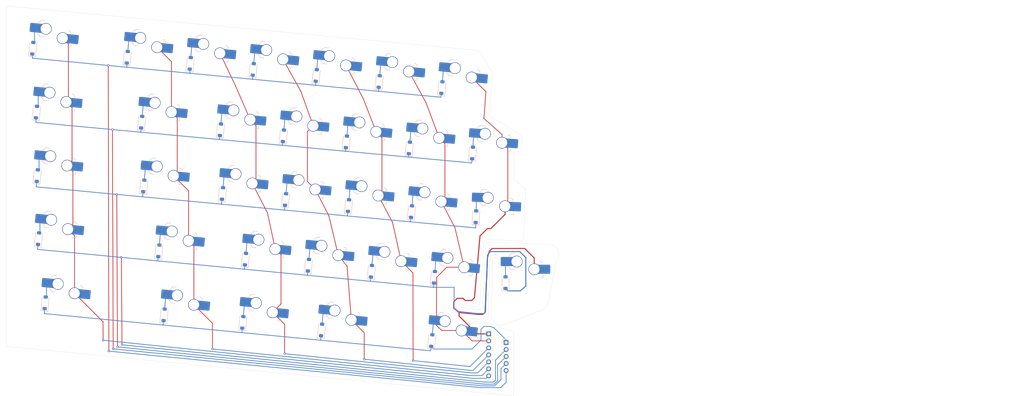
<source format=kicad_pcb>
(kicad_pcb (version 20240108) (generator "pcbnew") (generator_version "8.0")
  (layers (0 "F.Cu" signal) (31 "B.Cu" signal) (34 "B.Paste" user) (35 "F.Paste" user) (36 "B.SilkS" user "B.Silkscreen") (37 "F.SilkS" user "F.Silkscreen") (38 "B.Mask" user) (39 "F.Mask" user) (44 "Edge.Cuts" user))
  (net 0 "")
  (net 1 "Net-(D33-A)")
  (net 2 "COL6")
  (net 3 "Net-(D34-A)")
  (net 4 "Net-(D32-A)")
  (net 5 "Net-(D31-A)")
  (net 6 "COL0")
  (net 7 "Net-(D6-A)")
  (net 8 "COL1")
  (net 9 "COL2")
  (net 10 "Net-(D11-A)")
  (net 11 "COL3")
  (net 12 "Net-(D16-A)")
  (net 13 "COL4")
  (net 14 "Net-(D21-A)")
  (net 15 "Net-(D25-A)")
  (net 16 "COL5")
  (net 17 "Net-(D30-A)")
  (net 18 "Net-(D2-A)")
  (net 19 "Net-(D7-A)")
  (net 20 "Net-(D12-A)")
  (net 21 "Net-(D17-A)")
  (net 22 "Net-(D22-A)")
  (net 23 "Net-(D27-A)")
  (net 24 "Net-(D3-A)")
  (net 25 "Net-(D8-A)")
  (net 26 "Net-(D13-A)")
  (net 27 "Net-(D18-A)")
  (net 28 "Net-(D23-A)")
  (net 29 "Net-(D28-A)")
  (net 30 "Net-(D4-A)")
  (net 31 "Net-(D9-A)")
  (net 32 "Net-(D14-A)")
  (net 33 "Net-(D19-A)")
  (net 34 "Net-(D24-A)")
  (net 35 "Net-(D29-A)")
  (net 36 "Net-(D5-A)")
  (net 37 "Net-(D10-A)")
  (net 38 "Net-(D15-A)")
  (net 39 "Net-(D20-A)")
  (net 40 "Net-(D26-A)")
  (net 41 "ROW0")
  (net 42 "ROW1")
  (net 43 "ROW2")
  (net 44 "ROW3")
  (net 45 "ROW4")
  (footprint "Connector_PinHeader_2.00mm:PinHeader_1x05_P2.00mm_Vertical" (layer "F.Cu") (at 207.825 142.275)
    (property "Reference" "JRows1" (hide yes))
    (property "Value" "Conn_01x05_Pin")
  )
  (footprint "Connector_PinHeader_2.00mm:PinHeader_1x07_P2.00mm_Vertical" (layer "F.Cu") (at 202.85 139.8)
    (property "Reference" "JLeftCols1" (hide yes))
    (property "Value" "Conn_01x07_Pin")
  )
  (footprint "Diode_SMD:D_SOD-123" (layer "B.Cu") (at 162.255996 84.966888 84.5)
    (property "Reference" "D16" (hide yes))
    (property "Value" "D_Small")
  )
  (footprint "PCM_marbastlib-choc:SW_choc_v1_HS_CPG135001S30_1.5u" (layer "B.Cu") (at 107.628633 97.916879 -5.5)
    (property "Reference" "CH19" (hide yes))
    (property "Value" "choc_v1_SW_solder")
  )
  (footprint "Diode_SMD:D_SOD-123" (layer "B.Cu") (at 207.65 125.175 90)
    (property "Reference" "D2" (hide yes))
    (property "Value" "D_Small")
  )
  (footprint "Diode_SMD:D_SOD-123" (layer "B.Cu") (at 108.758144 116.082596 84.5)
    (property "Reference" "D25" (hide yes))
    (property "Value" "D_Small")
  )
  (footprint "PCM_marbastlib-choc:SW_choc_v1_HS_CPG135001S30_1u" (layer "B.Cu") (at 129.481578 81.887595 -5.5)
    (property "Reference" "CH14" (hide yes))
    (property "Value" "choc_v1_SW_solder")
  )
  (footprint "PCM_marbastlib-choc:SW_choc_v1_HS_CPG135001S30_1u" (layer "B.Cu") (at 130.087259 100.079398 -5.5)
    (property "Reference" "CH20" (hide yes))
    (property "Value" "choc_v1_SW_solder")
  )
  (footprint "Diode_SMD:D_SOD-123" (layer "B.Cu") (at 144.289094 83.236872 84.5)
    (property "Reference" "D15" (hide yes))
    (property "Value" "D_Small")
  )
  (footprint "PCM_marbastlib-choc:SW_choc_v1_HS_CPG135001S30_2.25u" (layer "B.Cu") (at 189.780886 142.094207 -5.5)
    (property "Reference" "CH34" (hide yes))
    (property "Value" "choc_v1_SW_solder")
  )
  (footprint "PCM_marbastlib-choc:SW_choc_v1_HS_CPG135001S30_1u" (layer "B.Cu") (at 201.400438 88.602812 -4)
    (property "Reference" "CH4" (hide yes))
    (property "Value" "choc_v1_SW_solder")
  )
  (footprint "Diode_SMD:D_SOD-123" (layer "B.Cu") (at 171.621945 67.735243 84.5)
    (property "Reference" "D10" (hide yes))
    (property "Value" "D_Small")
  )
  (footprint "PCM_marbastlib-choc:SW_choc_v1_HS_CPG135001S30_1.75u" (layer "B.Cu") (at 111.917529 116.463335 -5.5)
    (property "Reference" "CH25" (hide yes))
    (property "Value" "choc_v1_SW_solder")
  )
  (footprint "PCM_marbastlib-choc:SW_choc_v1_HS_CPG135001S30_1u" (layer "B.Cu") (at 77.492946 113.148625 -5.5)
    (property "Reference" "CH24" (hide yes))
    (property "Value" "choc_v1_SW_solder")
  )
  (footprint "Diode_SMD:D_SOD-123" (layer "B.Cu") (at 126.927874 99.698659 84.5)
    (property "Reference" "D20" (hide yes))
    (property "Value" "D_Small")
  )
  (footprint "PCM_marbastlib-choc:SW_choc_v1_HS_CPG135001S30_1u" (layer "B.Cu") (at 202.359476 106.885259 -2.5)
    (property "Reference" "CH3" (hide yes))
    (property "Value" "choc_v1_SW_solder")
  )
  (footprint "PCM_marbastlib-choc:SW_choc_v1_HS_CPG135001S30_1u" (layer "B.Cu") (at 77.018226 76.835949 -5.5)
    (property "Reference" "CH12" (hide yes))
    (property "Value" "choc_v1_SW_solder")
  )
  (footprint "Diode_SMD:D_SOD-123" (layer "B.Cu") (at 199.211632 106.339485 87.5)
    (property "Reference" "D3" (hide yes))
    (property "Value" "D_Small")
  )
  (footprint "PCM_marbastlib-choc:SW_choc_v1_HS_CPG135001S30_1u" (layer "B.Cu") (at 172.555821 122.302139 -5.5)
    (property "Reference" "CH28" (hide yes))
    (property "Value" "choc_v1_SW_solder")
  )
  (footprint "PCM_marbastlib-choc:SW_choc_v1_HS_CPG135001S30_1u" (layer "B.Cu") (at 120.880625 62.925935 -5.5)
    (property "Reference" "CH7" (hide yes))
    (property "Value" "choc_v1_SW_solder")
  )
  (footprint "PCM_marbastlib-choc:SW_choc_v1_HS_CPG135001S30_1u" (layer "B.Cu") (at 147.448479 83.617611 -5.5)
    (property "Reference" "CH15" (hide yes))
    (property "Value" "choc_v1_SW_solder")
  )
  (footprint "Diode_SMD:D_SOD-123" (layer "B.Cu") (at 132.720797 136.52342 84.5)
    (property "Reference" "D32" (hide yes))
    (property "Value" "D_Small")
  )
  (footprint "Diode_SMD:D_SOD-123" (layer "B.Cu") (at 155.179424 138.68594 84.5)
    (property "Reference" "D33" (hide yes))
    (property "Value" "D_Small")
  )
  (footprint "PCM_marbastlib-choc:SW_choc_v1_HS_CPG135001S30_1u" (layer "B.Cu") (at 138.847527 64.65595 -5.5)
    (property "Reference" "CH8" (hide yes))
    (property "Value" "choc_v1_SW_solder")
  )
  (footprint "Diode_SMD:D_SOD-123" (layer "B.Cu") (at 186.621501 141.713468 84.5)
    (property "Reference" "D34" (hide yes))
    (property "Value" "D_Small")
  )
  (footprint "Diode_SMD:D_SOD-123" (layer "B.Cu") (at 180.222897 86.696903 84.5)
    (property "Reference" "D17" (hide yes))
    (property "Value" "D_Small")
  )
  (footprint "Diode_SMD:D_SOD-123" (layer "B.Cu") (at 187.363337 123.651416 84.5)
    (property "Reference" "D29" (hide yes))
    (property "Value" "D_Small")
  )
  (footprint "Diode_SMD:D_SOD-123" (layer "B.Cu") (at 180.828578 104.888707 84.5)
    (property "Reference" "D23" (hide yes))
    (property "Value" "D_Small")
  )
  (footprint "Diode_SMD:D_SOD-123" (layer "B.Cu") (at 117.72124 62.545196 84.5)
    (property "Reference" "D7" (hide yes))
    (property "Value" "D_Small")
  )
  (footprint "PCM_marbastlib-choc:SW_choc_v1_HS_CPG135001S30_1u" (layer "B.Cu") (at 102.913724 61.195919 -5.5)
    (property "Reference" "CH6" (hide yes))
    (property "Value" "choc_v1_SW_solder")
  )
  (footprint "Diode_SMD:D_SOD-123" (layer "B.Cu") (at 104.469248 97.53614 84.5)
    (property "Reference" "D19" (hide yes))
    (property "Value" "D_Small")
  )
  (footprint "PCM_marbastlib-choc:SW_choc_v1_HS_CPG135001S30_1.5u" (layer "B.Cu") (at 107.022951 79.725075 -5.5)
    (property "Reference" "CH13" (hide yes))
    (property "Value" "choc_v1_SW_solder")
  )
  (footprint "Diode_SMD:D_SOD-123" (layer "B.Cu") (at 133.462633 118.461368 84.5)
    (property "Reference" "D26" (hide yes))
    (property "Value" "D_Small")
  )
  (footprint "Diode_SMD:D_SOD-123" (layer "B.Cu") (at 151.429534 120.191384 84.5)
    (property "Reference" "D27" (hide yes))
    (property "Value" "D_Small")
  )
  (footprint "Diode_SMD:D_SOD-123" (layer "B.Cu") (at 135.688142 64.275211 84.5)
    (property "Reference" "D8" (hide yes))
    (property "Value" "D_Small")
  )
  (footprint "Diode_SMD:D_SOD-123" (layer "B.Cu") (at 126.322193 81.506856 84.5)
    (property "Reference" "D14" (hide yes))
    (property "Value" "D_Small")
  )
  (footprint "Diode_SMD:D_SOD-123" (layer "B.Cu") (at 74.451813 112.617961 84.5)
    (property "Reference" "D24" (hide yes))
    (property "Value" "D_Small")
  )
  (footprint "PCM_marbastlib-choc:SW_choc_v1_HS_CPG135001S30_1u" (layer "B.Cu") (at 75.963372 58.600895 -5.5)
    (property "Reference" "CH5" (hide yes))
    (property "Value" "choc_v1_SW_solder")
  )
  (footprint "PCM_marbastlib-choc:SW_choc_v1_HS_CPG135001S30_1.25u" (layer "B.Cu") (at 135.880182 136.904159 -5.5)
    (property "Reference" "CH32" (hide yes))
    (property "Value" "choc_v1_SW_solder")
  )
  (footprint "Diode_SMD:D_SOD-123" (layer "B.Cu") (at 110.26217 134.360901 84.5)
    (property "Reference" "D31" (hide yes))
    (property "Value" "D_Small")
  )
  (footprint "Diode_SMD:D_SOD-123" (layer "B.Cu") (at 189.499011 69.456609 84.5)
    (property "Reference" "D11" (hide yes))
    (property "Value" "D_Small")
  )
  (footprint "Diode_SMD:D_SOD-123" (layer "B.Cu") (at 99.754339 60.81518 84.5)
    (property "Reference" "D6" (hide yes))
    (property "Value" "D_Small")
  )
  (footprint "PCM_marbastlib-choc:SW_choc_v1_HS_CPG135001S30_1u" (layer "B.Cu") (at 183.987963 105.269446 -5.5)
    (property "Reference" "CH23" (hide yes))
    (property "Value" "choc_v1_SW_solder")
  )
  (footprint "PCM_marbastlib-choc:SW_choc_v1_HS_CPG135001S30_1u" (layer "B.Cu") (at 136.622018 118.842107 -5.5)
    (property "Reference" "CH26" (hide yes))
    (property "Value" "choc_v1_SW_solder")
  )
  (footprint "Diode_SMD:D_SOD-123" (layer "B.Cu") (at 72.803987 58.220156 84.5)
    (property "Reference" "D5" (hide yes))
    (property "Value" "D_Small")
  )
  (footprint "PCM_marbastlib-choc:SW_choc_v1_HS_CPG135001S30_1u" (layer "B.Cu") (at 192.658396 69.837348 -5.5)
    (property "Reference" "CH11" (hide yes))
    (property "Value" "choc_v1_SW_solder")
  )
  (footprint "Diode_SMD:D_SOD-123" (layer "B.Cu") (at 103.863566 79.344336 84.5)
    (property "Reference" "D13" (hide yes))
    (property "Value" "D_Small")
  )
  (footprint "Diode_SMD:D_SOD-123" (layer "B.Cu") (at 76.333144 130.932596 84.5)
    (property "Reference" "D30" (hide yes))
    (property "Value" "D_Small")
  )
  (footprint "PCM_marbastlib-choc:SW_choc_v1_HS_CPG135001S30_1u" (layer "B.Cu") (at 79.374277 131.46326 -5.5)
    (property "Reference" "CH30" (hide yes))
    (property "Value" "choc_v1_SW_solder")
  )
  (footprint "PCM_marbastlib-choc:SW_choc_v1_HS_CPG135001S30_1.25u" (layer "B.Cu") (at 210.844556 125.098177)
    (property "Reference" "CH2" (hide yes))
    (property "Value" "choc_v1_SW_solder")
  )
  (footprint "PCM_marbastlib-choc:SW_choc_v1_HS_CPG135001S30_1u" (layer "B.Cu") (at 156.814428 66.385966 -5.5)
    (property "Reference" "CH9" (hide yes))
    (property "Value" "choc_v1_SW_solder")
  )
  (footprint "Diode_SMD:D_SOD-123" (layer "B.Cu") (at 144.894776 101.428675 84.5)
    (property "Reference" "D21" (hide yes))
    (property "Value" "D_Small")
  )
  (footprint "PCM_marbastlib-choc:SW_choc_v1_HS_CPG135001S30_1.25u" (layer "B.Cu") (at 158.338809 139.066679 -5.5)
    (property "Reference" "CH33" (hide yes))
    (property "Value" "choc_v1_SW_solder")
  )
  (footprint "PCM_marbastlib-choc:SW_choc_v1_HS_CPG135001S30_1.25u" (layer "B.Cu") (at 113.421555 134.74164 -5.5)
    (property "Reference" "CH31" (hide yes))
    (property "Value" "choc_v1_SW_solder")
  )
  (footprint "PCM_marbastlib-choc:SW_choc_v1_HS_CPG135001S30_1u" (layer "B.Cu") (at 77.246602 94.991422 -5.5)
    (property "Reference" "CH18" (hide yes))
    (property "Value" "choc_v1_SW_solder")
  )
  (footprint "PCM_marbastlib-choc:SW_choc_v1_HS_CPG135001S30_1u" (layer "B.Cu") (at 190.522722 124.032155 -5.5)
    (property "Reference" "CH29" (hide yes))
    (property "Value" "choc_v1_SW_solder")
  )
  (footprint "Diode_SMD:D_SOD-123" (layer "B.Cu") (at 162.861677 103.158691 84.5)
    (property "Reference" "D22" (hide yes))
    (property "Value" "D_Small")
  )
  (footprint "Diode_SMD:D_SOD-123" (layer "B.Cu") (at 153.655043 66.005227 84.5)
    (property "Reference" "D9" (hide yes))
    (property "Value" "D_Small")
  )
  (footprint "PCM_marbastlib-choc:SW_choc_v1_HS_CPG135001S30_1u" (layer "B.Cu") (at 165.415381 85.347627 -5.5)
    (property "Reference" "CH16" (hide yes))
    (property "Value" "choc_v1_SW_solder")
  )
  (footprint "Diode_SMD:D_SOD-123" (layer "B.Cu") (at 73.858841 76.45521 84.5)
    (property "Reference" "D12" (hide yes))
    (property "Value" "D_Small")
  )
  (footprint "PCM_marbastlib-choc:SW_choc_v1_HS_CPG135001S30_1u" (layer "B.Cu") (at 148.054161 101.809414 -5.5)
    (property "Reference" "CH21" (hide yes))
    (property "Value" "choc_v1_SW_solder")
  )
  (footprint "PCM_marbastlib-choc:SW_choc_v1_HS_CPG135001S30_1u" (layer "B.Cu") (at 166.021062 103.53943 -5.5)
    (property "Reference" "CH22" (hide yes))
    (property "Value" "choc_v1_SW_solder")
  )
  (footprint "PCM_marbastlib-choc:SW_choc_v1_HS_CPG135001S30_1u" (layer "B.Cu") (at 183.382282 87.077642 -5.5)
    (property "Reference" "CH17" (hide yes))
    (property "Value" "choc_v1_SW_solder")
  )
  (footprint "Diode_SMD:D_SOD-123" (layer "B.Cu") (at 74.087217 94.610683 84.5)
    (property "Reference" "D18" (hide yes))
    (property "Value" "D_Small")
  )
  (footprint "PCM_marbastlib-choc:SW_choc_v1_HS_CPG135001S30_1u" (layer "B.Cu") (at 174.78133 68.115982 -5.5)
    (property "Reference" "CH10" (hide yes))
    (property "Value" "choc_v1_SW_solder")
  )
  (footprint "Diode_SMD:D_SOD-123" (layer "B.Cu") (at 169.396436 121.9214 84.5)
    (property "Reference" "D28" (hide yes))
    (property "Value" "D_Small")
  )
  (footprint "PCM_marbastlib-choc:SW_choc_v1_HS_CPG135001S30_1u" (layer "B.Cu") (at 154.588919 120.572123 -5.5)
    (property "Reference" "CH27" (hide yes))
    (property "Value" "choc_v1_SW_solder")
  )
  (footprint "Diode_SMD:D_SOD-123" (layer "B.Cu") (at 198.247904 88.139631 86)
    (property "Reference" "D4" (hide yes))
    (property "Value" "D_Small")
  )
  (gr_line (start 203.198715 118.140744) (end 202.725 135.025) (stroke (width 0.05)) (layer "Edge.Cuts"))
  (gr_line (start 209.975001 88.125) (end 210.2 95.7) (stroke (width 0.05)) (layer "Edge.Cuts"))
  (gr_line (start 203.73044 117.430912) (end 204.328379 117.327252) (stroke (width 0.05)) (layer "Edge.Cuts"))
  (gr_line (start 203.236367 113.557208) (end 220.05 114.275) (stroke (width 0.05)) (layer "Edge.Cuts"))
  (gr_line (start 207.409016 137.225893) (end 218.05 132.949999) (stroke (width 0.05)) (layer "Edge.Cuts"))
  (gr_line (start 197.784748 135.449713) (end 201.705526 135.771102) (stroke (width 0.05)) (layer "Edge.Cuts"))
  (gr_line (start 201.049992 132.074986) (end 202.046641 114.585778) (stroke (width 0.05)) (layer "Edge.Cuts"))
  (gr_arc (start 220.05 114.275) (mid 222.579961 115.875293) (end 222.218009 118.84693) (stroke (width 0.05)) (layer "Edge.Cuts"))
  (gr_arc (start 209.975001 88.125) (mid 210.078355 87.850419) (end 210.35414 87.750321) (stroke (width 0.05)) (layer "Edge.Cuts"))
  (gr_arc (start 203.85 65.1) (mid 203.898415 65.184031) (end 203.919447 65.278704) (stroke (width 0.05)) (layer "Edge.Cuts"))
  (gr_arc (start 212.07233 82.906814) (mid 212.289895 83.219633) (end 212.3125 83.6) (stroke (width 0.05)) (layer "Edge.Cuts"))
  (gr_line (start 202.779617 112.87857) (end 212.175 113.3) (stroke (width 0.05)) (layer "Edge.Cuts"))
  (gr_arc (start 200.325732 131.259681) (mid 199.974995 131.84998) (end 199.306258 132.005783) (stroke (width 0.05)) (layer "Edge.Cuts"))
  (gr_line (start 203.05 76.8) (end 203.919447 65.278704) (stroke (width 0.05)) (layer "Edge.Cuts"))
  (gr_arc (start 212.792553 112.867309) (mid 212.568523 113.204608) (end 212.175 113.3) (stroke (width 0.05)) (layer "Edge.Cuts"))
  (gr_arc (start 203.198715 118.140744) (mid 203.35 117.7) (end 203.73044 117.430912) (stroke (width 0.05)) (layer "Edge.Cuts"))
  (gr_arc (start 219.928644 130.441897) (mid 219.301315 131.92964) (end 218.05 132.949999) (stroke (width 0.05)) (layer "Edge.Cuts"))
  (gr_arc (start 201.049992 132.074986) (mid 200.679171 132.700597) (end 199.971422 132.867806) (stroke (width 0.05)) (layer "Edge.Cuts"))
  (gr_line (start 200.05 58.875) (end 203.85 65.1) (stroke (width 0.05)) (layer "Edge.Cuts"))
  (gr_line (start 219.928644 130.441897) (end 222.218009 118.84693) (stroke (width 0.05)) (layer "Edge.Cuts"))
  (gr_arc (start 202.046641 114.585778) (mid 202.450002 113.849987) (end 203.236367 113.557208) (stroke (width 0.05)) (layer "Edge.Cuts"))
  (gr_arc (start 212.100624 87.325) (mid 211.945043 87.687726) (end 211.575 87.824999) (stroke (width 0.05)) (layer "Edge.Cuts"))
  (gr_line (start 65.225 46.15) (end 200.05 58.875) (stroke (width 0.05)) (layer "Edge.Cuts"))
  (gr_arc (start 201.31489 114.179789) (mid 201.800007 113.250865) (end 202.779617 112.87857) (stroke (width 0.05)) (layer "Edge.Cuts"))
  (gr_line (start 210.395178 96.057501) (end 213.225 98.3) (stroke (width 0.05)) (layer "Edge.Cuts"))
  (gr_arc (start 203.889782 118.836024) (mid 204.074382 118.35322) (end 204.525 118.099999) (stroke (width 0.05)) (layer "Edge.Cuts"))
  (gr_arc (start 193.995519 132.107183) (mid 193.671337 131.575806) (end 194.193835 131.2375) (stroke (width 0.05)) (layer "Edge.Cuts"))
  (gr_line (start 193.995519 132.107183) (end 199.971422 132.867806) (stroke (width 0.05)) (layer "Edge.Cuts"))
  (gr_line (start 200.325732 131.259681) (end 201.31489 114.179789) (stroke (width 0.05)) (layer "Edge.Cuts"))
  (gr_arc (start 213.225 98.3) (mid 213.35654 98.474826) (end 213.379451 98.692409) (stroke (width 0.05)) (layer "Edge.Cuts"))
  (gr_line (start 212.792553 112.867309) (end 213.379451 98.692409) (stroke (width 0.05)) (layer "Edge.Cuts"))
  (gr_line (start 210.35414 87.750321) (end 211.575 87.824999) (stroke (width 0.05)) (layer "Edge.Cuts"))
  (gr_arc (start 204.328379 117.327252) (mid 205.295197 117.492639) (end 204.525 118.099999) (stroke (width 0.05)) (layer "Edge.Cuts"))
  (gr_line (start 197.586432 136.319396) (end 202.25 136.7) (stroke (width 0.05)) (layer "Edge.Cuts"))
  (gr_line (start 212.100624 87.325) (end 212.3125 83.6) (stroke (width 0.05)) (layer "Edge.Cuts"))
  (gr_arc (start 203.495499 77.843085) (mid 203.072038 77.407266) (end 203.05 76.8) (stroke (width 0.05)) (layer "Edge.Cuts"))
  (gr_line (start 209.975 157.525) (end 210.025 139.25) (stroke (width 0.05)) (layer "Edge.Cuts"))
  (gr_arc (start 202.725 135.025) (mid 202.374263 135.615299) (end 201.705526 135.771102) (stroke (width 0.05)) (layer "Edge.Cuts"))
  (gr_arc (start 197.586432 136.319396) (mid 197.262252 135.788009) (end 197.784748 135.449713) (stroke (width 0.05)) (layer "Edge.Cuts"))
  (gr_line (start 209.975 157.525) (end 65.275 143.375) (stroke (width 0.05)) (layer "Edge.Cuts"))
  (gr_arc (start 207.409016 137.225893) (mid 204.847608 136.846201) (end 203.7 134.525) (stroke (width 0.05)) (layer "Edge.Cuts"))
  (gr_line (start 203.89173 118.836061) (end 203.7 134.525) (stroke (width 0.05)) (layer "Edge.Cuts"))
  (gr_line (start 202.25 136.7) (end 210.025 139.25) (stroke (width 0.05)) (layer "Edge.Cuts"))
  (gr_line (start 203.495499 77.843085) (end 212.07233 82.906814) (stroke (width 0.05)) (layer "Edge.Cuts"))
  (gr_line (start 194.193835 131.2375) (end 199.306258 132.005783) (stroke (width 0.05)) (layer "Edge.Cuts"))
  (gr_line (start 65.275 143.375) (end 65.225 46.15) (stroke (width 0.05)) (layer "Edge.Cuts"))
  (gr_arc (start 210.395178 96.057501) (mid 210.251972 95.903655) (end 210.2 95.7) (stroke (width 0.05)) (layer "Edge.Cuts"))
  (segment (start 155.679031 132.833052) (end 155.337568 137.043536) (width 0.2) (layer "B.Cu") (net 1))
  (segment (start 158.904299 133.193841) (end 158.799827 134.278823) (width 0.25) (layer "B.Cu") (net 1))
  (segment (start 203.8 115.425) (end 213.125 115.425) (width 0.3) (layer "F.Cu") (net 2))
  (segment (start 208.299845 102.57537) (end 207.51829 103.356925) (width 0.2) (layer "F.Cu") (net 2))
  (segment (start 192.9 130.637964) (end 192.9 132.5) (width 0.3) (layer "F.Cu") (net 2))
  (segment (start 195.55 129.675258) (end 196.149742 130.275) (width 0.3) (layer "F.Cu") (net 2))
  (segment (start 202.439583 109.775) (end 203.43664 109.775) (width 0.3) (layer "F.Cu") (net 2))
  (segment (start 202.65 117.45) (end 202.5 118.1) (width 0.3) (layer "F.Cu") (net 2))
  (segment (start 198.786238 129.48902) (end 200.375 111.8) (width 0.3) (layer "F.Cu") (net 2))
  (segment (start 197.994799 66.583841) (end 202.050722 70.639764) (width 0.2) (layer "F.Cu") (net 2))
  (segment (start 199.489962 139.8) (end 202.85 139.8) (width 0.3) (layer "F.Cu") (net 2))
  (segment (start 202.5 118.1) (end 201.95 131.725) (width 0.3) (layer "F.Cu") (net 2))
  (segment (start 193.862577 129.675129) (end 195.55 129.675258) (width 0.3) (layer "F.Cu") (net 2))
  (segment (start 192.9 132.5) (end 194.4 133.725) (width 0.3) (layer "F.Cu") (net 2))
  (segment (start 201.5 78.278154) (end 206.649845 82.877277) (width 0.2) (layer "F.Cu") (net 2))
  (segment (start 200.414583 111.8) (end 202.439583 109.775) (width 0.3) (layer "F.Cu") (net 2))
  (segment (start 203.05 116.175) (end 202.65 117.45) (width 0.3) (layer "F.Cu") (net 2))
  (segment (start 192.899871 130.637835) (end 193.862577 129.675129) (width 0.3) (layer "F.Cu") (net 2))
  (segment (start 198.000258 130.275) (end 198.786238 129.48902) (width 0.3) (layer "F.Cu") (net 2))
  (segment (start 194.4 134.710038) (end 199.489962 139.8) (width 0.3) (layer "F.Cu") (net 2))
  (segment (start 199.80456 134.237453) (end 201.137453 134.237453) (width 0.3) (layer "F.Cu") (net 2))
  (segment (start 201.137453 134.237453) (end 201.1625 134.2625) (width 0.3) (layer "F.Cu") (net 2))
  (segment (start 206.649845 82.877277) (end 206.649845 85.210729) (width 0.2) (layer "F.Cu") (net 2))
  (segment (start 194.4 133.725) (end 199.80456 134.237453) (width 0.3) (layer "F.Cu") (net 2))
  (segment (start 206.649845 85.210729) (end 208.299845 86.860729) (width 0.2) (layer "F.Cu") (net 2))
  (segment (start 192.9 130.637964) (end 192.899871 130.637835) (width 0.2) (layer "F.Cu") (net 2))
  (segment (start 213.125 115.425) (end 215.844556 118.144556) (width 0.3) (layer "F.Cu") (net 2))
  (segment (start 203.8 115.425) (end 203.05 116.175) (width 0.3) (layer "F.Cu") (net 2))
  (segment (start 202.050722 70.639764) (end 201.5 78.278154) (width 0.2) (layer "F.Cu") (net 2))
  (segment (start 196.149742 130.275) (end 198.000258 130.275) (width 0.3) (layer "F.Cu") (net 2))
  (segment (start 201.95 133.475) (end 201.1625 134.2625) (width 0.3) (layer "F.Cu") (net 2))
  (segment (start 207.51829 105.69335) (end 207.51829 103.356925) (width 0.3) (layer "F.Cu") (net 2))
  (segment (start 194.4 133.725) (end 194.4 134.710038) (width 0.3) (layer "F.Cu") (net 2))
  (segment (start 200.375 111.8) (end 200.414583 111.8) (width 0.3) (layer "F.Cu") (net 2))
  (segment (start 203.43664 109.775) (end 207.51829 105.69335) (width 0.3) (layer "F.Cu") (net 2))
  (segment (start 215.844556 118.144556) (end 215.844556 121.348177) (width 0.3) (layer "F.Cu") (net 2))
  (segment (start 208.299845 86.860729) (end 208.299845 102.57537) (width 0.2) (layer "F.Cu") (net 2))
  (segment (start 201.95 131.725) (end 201.95 133.475) (width 0.3) (layer "F.Cu") (net 2))
  (segment (start 190.346376 136.221369) (end 190.241903 137.306351) (width 0.25) (layer "B.Cu") (net 3))
  (segment (start 187.121108 135.86058) (end 186.779645 140.071064) (width 0.2) (layer "B.Cu") (net 3))
  (segment (start 133.220404 130.670532) (end 132.878941 134.881016) (width 0.2) (layer "B.Cu") (net 4))
  (segment (start 136.445672 131.031321) (end 136.341199 132.116302) (width 0.25) (layer "B.Cu") (net 4))
  (segment (start 113.987045 128.868802) (end 113.882572 129.953785) (width 0.25) (layer "B.Cu") (net 5))
  (segment (start 110.761777 128.508013) (end 110.420314 132.718497) (width 0.2) (layer "B.Cu") (net 5))
  (segment (start 84.233005 93.387915) (end 84.233005 108.491462) (width 0.2) (layer "F.Cu") (net 6))
  (segment (start 82.354629 73.582442) (end 84.004629 75.232442) (width 0.2) (layer "F.Cu") (net 6))
  (segment (start 81.299775 55.347388) (end 82.949775 56.997388) (width 0.2) (layer "F.Cu") (net 6))
  (segment (start 84.004629 75.232442) (end 84.004629 90.316291) (width 0.2) (layer "F.Cu") (net 6))
  (segment (start 92.825 136.324073) (end 84.71068 128.209753) (width 0.2) (layer "F.Cu") (net 6))
  (segment (start 84.71068 111.776449) (end 84.71068 128.209753) (width 0.2) (layer "F.Cu") (net 6))
  (segment (start 82.949775 72.987296) (end 82.354629 73.582442) (width 0.2) (layer "F.Cu") (net 6))
  (segment (start 92.875 141.625) (end 92.825 136.324073) (width 0.2) (layer "F.Cu") (net 6))
  (segment (start 82.949775 56.997388) (end 82.949775 72.987296) (width 0.2) (layer "F.Cu") (net 6))
  (segment (start 82.583005 91.737915) (end 84.233005 93.387915) (width 0.2) (layer "F.Cu") (net 6))
  (segment (start 84.004629 90.316291) (end 82.583005 91.737915) (width 0.2) (layer "F.Cu") (net 6))
  (segment (start 84.233005 108.491462) (end 82.829349 109.895118) (width 0.2) (layer "F.Cu") (net 6))
  (segment (start 82.829349 109.895118) (end 84.71068 111.776449) (width 0.2) (layer "F.Cu") (net 6))
  (via (at 92.875 141.625) (size 0.6) (drill 0.3) (layers "F.Cu" "B.Cu") (net 6))
  (segment (start 198.2 152.5) (end 202.15 152.5) (width 0.2) (layer "B.Cu") (net 6))
  (segment (start 202.15 152.5) (end 202.85 151.8) (width 0.2) (layer "B.Cu") (net 6))
  (segment (start 92.875 141.625) (end 198.2 152.5) (width 0.2) (layer "B.Cu") (net 6))
  (segment (start 103.479214 55.323081) (end 103.374741 56.408064) (width 0.25) (layer "B.Cu") (net 7))
  (segment (start 100.253946 54.962292) (end 99.912483 59.172776) (width 0.2) (layer "B.Cu") (net 7))
  (segment (start 108.250127 57.942412) (end 112.359354 62.051639) (width 0.2) (layer "F.Cu") (net 8))
  (segment (start 118.757958 114.713854) (end 118.757958 131.488133) (width 0.2) (layer "F.Cu") (net 8))
  (segment (start 112.359354 62.051639) (end 112.359354 76.471568) (width 0.2) (layer "F.Cu") (net 8))
  (segment (start 114.009354 93.619054) (end 112.965036 94.663372) (width 0.2) (layer "F.Cu") (net 8))
  (segment (start 114.009354 78.121568) (end 114.009354 93.619054) (width 0.2) (layer "F.Cu") (net 8))
  (segment (start 112.965036 94.663372) (end 117.253932 98.952268) (width 0.2) (layer "F.Cu") (net 8))
  (segment (start 117.253932 98.952268) (end 117.253932 113.209828) (width 0.2) (layer "F.Cu") (net 8))
  (segment (start 117.253932 113.209828) (end 118.757958 114.713854) (width 0.2) (layer "F.Cu") (net 8))
  (segment (start 118.757958 131.488133) (end 124.05 136.780175) (width 0.2) (layer "F.Cu") (net 8))
  (segment (start 124.05 136.780175) (end 124.05 144.175) (width 0.2) (layer "F.Cu") (net 8))
  (segment (start 112.359354 76.471568) (end 114.009354 78.121568) (width 0.2) (layer "F.Cu") (net 8))
  (via (at 124.05 144.125) (size 0.6) (drill 0.3) (layers "F.Cu" "B.Cu") (net 8))
  (segment (start 200.9 151.75) (end 202.85 149.8) (width 0.2) (layer "B.Cu") (net 8))
  (segment (start 124.05 144.125) (end 198.075 151.75) (width 0.2) (layer "B.Cu") (net 8))
  (segment (start 198.075 151.75) (end 200.9 151.75) (width 0.2) (layer "B.Cu") (net 8))
  (segment (start 139.75 105.25) (end 141.958421 115.5886) (width 0.2) (layer "F.Cu") (net 9))
  (segment (start 141.958421 115.5886) (end 143.608421 117.2386) (width 0.2) (layer "F.Cu") (net 9))
  (segment (start 135.423662 96.825891) (end 139.75 105.25) (width 0.2) (layer "F.Cu") (net 9))
  (segment (start 136.467981 95.781572) (end 135.423662 96.825891) (width 0.2) (layer "F.Cu") (net 9))
  (segment (start 143.608421 117.2386) (end 143.608421 131.258816) (width 0.2) (layer "F.Cu") (net 9))
  (segment (start 143.608421 131.258816) (end 141.216585 133.650652) (width 0.2) (layer "F.Cu") (net 9))
  (segment (start 144.65 145.475) (end 144.65 137.084067) (width 0.2) (layer "F.Cu") (net 9))
  (segment (start 126.217028 59.672428) (end 130.625 68.95) (width 0.2) (layer "F.Cu") (net 9))
  (segment (start 136.467981 80.284088) (end 136.467981 95.781572) (width 0.2) (layer "F.Cu") (net 9))
  (segment (start 134.817981 78.634088) (end 136.467981 80.284088) (width 0.2) (layer "F.Cu") (net 9))
  (segment (start 130.625 68.95) (end 134.817981 78.634088) (width 0.2) (layer "F.Cu") (net 9))
  (segment (start 144.65 137.084067) (end 141.216585 133.650652) (width 0.2) (layer "F.Cu") (net 9))
  (via (at 144.65 145.475) (size 0.6) (drill 0.3) (layers "F.Cu" "B.Cu") (net 9))
  (segment (start 197.85 150.95) (end 199.7 150.95) (width 0.2) (layer "B.Cu") (net 9))
  (segment (start 199.7 150.95) (end 202.85 147.8) (width 0.2) (layer "B.Cu") (net 9))
  (segment (start 144.65 145.475) (end 197.85 150.95) (width 0.2) (layer "B.Cu") (net 9))
  (segment (start 189.998618 63.603721) (end 189.657155 67.814205) (width 0.2) (layer "B.Cu") (net 10))
  (segment (start 193.223886 63.96451) (end 193.119413 65.049493) (width 0.25) (layer "B.Cu") (net 10))
  (segment (start 152.784882 80.364104) (end 151.134882 82.014104) (width 0.2) (layer "F.Cu") (net 11))
  (segment (start 167.35 139.48796) (end 163.675212 135.813172) (width 0.2) (layer "F.Cu") (net 11))
  (segment (start 153.390564 98.555907) (end 157.275 106.1) (width 0.2) (layer "F.Cu") (net 11))
  (segment (start 144.18393 61.402443) (end 149.275 70.55) (width 0.2) (layer "F.Cu") (net 11))
  (segment (start 151.134882 82.014104) (end 151.134882 96.300225) (width 0.2) (layer "F.Cu") (net 11))
  (segment (start 159.925322 117.318616) (end 162.45 120.475) (width 0.2) (layer "F.Cu") (net 11))
  (segment (start 167.35 147.05) (end 167.35 139.48796) (width 0.2) (layer "F.Cu") (net 11))
  (segment (start 149.275 70.55) (end 152.784882 80.364104) (width 0.2) (layer "F.Cu") (net 11))
  (segment (start 157.275 106.1) (end 159.925322 117.318616) (width 0.2) (layer "F.Cu") (net 11))
  (segment (start 151.134882 96.300225) (end 153.390564 98.555907) (width 0.2) (layer "F.Cu") (net 11))
  (segment (start 154.434882 97.511589) (end 153.390564 98.555907) (width 0.2) (layer "F.Cu") (net 11))
  (segment (start 162.45 120.475) (end 163.675212 135.813172) (width 0.2) (layer "F.Cu") (net 11))
  (via (at 167.35 147.05) (size 0.6) (drill 0.3) (layers "F.Cu" "B.Cu") (net 11))
  (segment (start 198.425 150.225) (end 202.85 145.8) (width 0.2) (layer "B.Cu") (net 11))
  (segment (start 197.75 150.225) (end 198.425 150.225) (width 0.2) (layer "B.Cu") (net 11))
  (segment (start 167.35 147.05) (end 197.725 150.25) (width 0.2) (layer "B.Cu") (net 11))
  (segment (start 197.725 150.25) (end 197.75 150.225) (width 0.2) (layer "B.Cu") (net 11))
  (segment (start 165.980871 79.474789) (end 165.876398 80.559771) (width 0.25) (layer "B.Cu") (net 12))
  (segment (start 162.755603 79.114) (end 162.41414 83.324484) (width 0.2) (layer "B.Cu") (net 12))
  (segment (start 172.401784 99.241604) (end 171.357465 100.285923) (width 0.2) (layer "F.Cu") (net 13))
  (segment (start 170.751784 82.09412) (end 172.401784 83.74412) (width 0.2) (layer "F.Cu") (net 13))
  (segment (start 175.425 107.975) (end 177.892224 119.048632) (width 0.2) (layer "F.Cu") (net 13))
  (segment (start 181.25 122.406408) (end 181.3 147.45) (width 0.2) (layer "F.Cu") (net 13))
  (segment (start 167.05 72.575) (end 170.751784 82.09412) (width 0.2) (layer "F.Cu") (net 13))
  (segment (start 171.357465 100.285923) (end 175.425 107.975) (width 0.2) (layer "F.Cu") (net 13))
  (segment (start 177.892224 119.048632) (end 181.25 122.406408) (width 0.2) (layer "F.Cu") (net 13))
  (segment (start 172.401784 83.74412) (end 172.401784 99.241604) (width 0.2) (layer "F.Cu") (net 13))
  (segment (start 162.150831 63.132459) (end 167.05 72.575) (width 0.2) (layer "F.Cu") (net 13))
  (via (at 181.3 147.45) (size 0.6) (drill 0.3) (layers "F.Cu" "B.Cu") (net 13))
  (segment (start 181.3 147.45) (end 197.35 149.125) (width 0.2) (layer "B.Cu") (net 13))
  (segment (start 197.525 149.125) (end 202.85 143.8) (width 0.2) (layer "B.Cu") (net 13))
  (segment (start 197.35 149.125) (end 197.525 149.125) (width 0.2) (layer "B.Cu") (net 13))
  (segment (start 145.394383 95.575787) (end 145.05292 99.786271) (width 0.2) (layer "B.Cu") (net 14))
  (segment (start 148.619651 95.936576) (end 148.515178 97.021557) (width 0.25) (layer "B.Cu") (net 14))
  (segment (start 112.483019 110.590497) (end 112.378546 111.675478) (width 0.25) (layer "B.Cu") (net 15))
  (segment (start 109.257751 110.229708) (end 108.916288 114.440192) (width 0.2) (layer "B.Cu") (net 15))
  (segment (start 189.324366 102.015939) (end 193.225 109.475) (width 0.2) (layer "F.Cu") (net 16))
  (segment (start 198.076589 141.8) (end 202.85 141.8) (width 0.2) (layer "F.Cu") (net 16))
  (segment (start 180.117733 64.862475) (end 185.025 73.9) (width 0.2) (layer "F.Cu") (net 16))
  (segment (start 189.426517 138.8407) (end 195.117289 138.8407) (width 0.2) (layer "F.Cu") (net 16))
  (segment (start 193.225 109.475) (end 195.859125 120.778648) (width 0.2) (layer "F.Cu") (net 16))
  (segment (start 187.96537 137.379553) (end 189.426517 138.8407) (width 0.2) (layer "F.Cu") (net 16))
  (segment (start 187.96537 123.69037) (end 187.96537 137.379553) (width 0.2) (layer "F.Cu") (net 16))
  (segment (start 190.368685 85.474135) (end 190.368685 100.97162) (width 0.2) (layer "F.Cu") (net 16))
  (segment (start 195.117289 138.8407) (end 198.076589 141.8) (width 0.2) (layer "F.Cu") (net 16))
  (segment (start 190.368685 100.97162) (end 189.324366 102.015939) (width 0.2) (layer "F.Cu") (net 16))
  (segment (start 190.877091 120.778648) (end 187.96537 123.69037) (width 0.2) (layer "F.Cu") (net 16))
  (segment (start 195.859125 120.778648) (end 190.877091 120.778648) (width 0.2) (layer "F.Cu") (net 16))
  (segment (start 188.718685 83.824135) (end 190.368685 85.474135) (width 0.2) (layer "F.Cu") (net 16))
  (segment (start 185.025 73.9) (end 188.718685 83.824135) (width 0.2) (layer "F.Cu") (net 16))
  (segment (start 79.939767 125.590422) (end 79.835294 126.675404) (width 0.25) (layer "B.Cu") (net 17))
  (segment (start 76.714499 129.066981) (end 76.491288 129.290192) (width 0.2) (layer "B.Cu") (net 17))
  (segment (start 76.714499 125.229633) (end 76.714499 129.066981) (width 0.2) (layer "B.Cu") (net 17))
  (segment (start 210.844556 119.198177) (end 210.844556 120.288177) (width 0.25) (layer "B.Cu") (net 18))
  (segment (start 207.599556 119.148177) (end 207.65 123.525) (width 0.2) (layer "B.Cu") (net 18))
  (segment (start 118.220847 56.692308) (end 117.879384 60.902792) (width 0.2) (layer "B.Cu") (net 19))
  (segment (start 121.446115 57.053097) (end 121.341642 58.13808) (width 0.25) (layer "B.Cu") (net 19))
  (segment (start 77.583716 70.963111) (end 77.479243 72.048093) (width 0.25) (layer "B.Cu") (net 20))
  (segment (start 74.358448 70.602322) (end 74.358448 74.471343) (width 0.2) (layer "B.Cu") (net 20))
  (segment (start 74.358448 74.471343) (end 74.016985 74.812806) (width 0.2) (layer "B.Cu") (net 20))
  (segment (start 180.722504 80.844015) (end 180.381041 85.054499) (width 0.2) (layer "B.Cu") (net 21))
  (segment (start 183.947772 81.204804) (end 183.843299 82.289787) (width 0.25) (layer "B.Cu") (net 21))
  (segment (start 166.586552 97.666592) (end 166.482079 98.751574) (width 0.25) (layer "B.Cu") (net 22))
  (segment (start 163.361284 97.305803) (end 163.019821 101.516287) (width 0.2) (layer "B.Cu") (net 22))
  (segment (start 151.929141 114.338496) (end 151.587678 118.54898) (width 0.2) (layer "B.Cu") (net 23))
  (segment (start 155.154409 114.699285) (end 155.049936 115.784268) (width 0.25) (layer "B.Cu") (net 23))
  (segment (start 202.61683 100.990874) (end 202.569284 102.079835) (width 0.25) (layer "B.Cu") (net 24))
  (segment (start 199.3771 100.799377) (end 199.283604 104.691055) (width 0.2) (layer "B.Cu") (net 24))
  (segment (start 139.413017 58.783112) (end 139.308544 59.868093) (width 0.25) (layer "B.Cu") (net 25))
  (segment (start 136.187749 58.422323) (end 135.846286 62.632807) (width 0.2) (layer "B.Cu") (net 25))
  (segment (start 104.363173 73.491448) (end 104.02171 77.701932) (width 0.2) (layer "B.Cu") (net 26))
  (segment (start 107.588441 73.852237) (end 107.483968 74.937219) (width 0.25) (layer "B.Cu") (net 26))
  (segment (start 74.586824 88.757795) (end 74.586824 92.626816) (width 0.2) (layer "B.Cu") (net 27))
  (segment (start 77.812092 89.118584) (end 77.707619 90.203567) (width 0.25) (layer "B.Cu") (net 27))
  (segment (start 74.586824 92.626816) (end 74.245361 92.968279) (width 0.2) (layer "B.Cu") (net 27))
  (segment (start 181.328185 99.035819) (end 180.986722 103.246303) (width 0.2) (layer "B.Cu") (net 28))
  (segment (start 184.553453 99.396608) (end 184.44898 100.481591) (width 0.25) (layer "B.Cu") (net 28))
  (segment (start 173.121311 116.429301) (end 173.016838 117.514283) (width 0.25) (layer "B.Cu") (net 29))
  (segment (start 169.896043 116.068512) (end 169.55458 120.278996) (width 0.2) (layer "B.Cu") (net 29))
  (segment (start 198.578394 82.440946) (end 198.363002 86.49365) (width 0.2) (layer "B.Cu") (net 30))
  (segment (start 201.812001 82.717184) (end 201.735965 83.804527) (width 0.25) (layer "B.Cu") (net 30))
  (segment (start 157.379918 60.513128) (end 157.275445 61.59811) (width 0.25) (layer "B.Cu") (net 31))
  (segment (start 154.15465 60.152339) (end 153.813187 64.362823) (width 0.2) (layer "B.Cu") (net 31))
  (segment (start 130.047068 76.014757) (end 129.942595 77.099738) (width 0.25) (layer "B.Cu") (net 32))
  (segment (start 126.8218 75.653968) (end 126.480337 79.864452) (width 0.2) (layer "B.Cu") (net 32))
  (segment (start 108.194123 92.044041) (end 108.08965 93.129024) (width 0.25) (layer "B.Cu") (net 33))
  (segment (start 104.968855 91.683252) (end 104.627392 95.893736) (width 0.2) (layer "B.Cu") (net 33))
  (segment (start 78.058436 107.275787) (end 77.953963 108.360768) (width 0.25) (layer "B.Cu") (net 34))
  (segment (start 74.833168 106.914998) (end 74.833168 110.752346) (width 0.2) (layer "B.Cu") (net 34))
  (segment (start 74.833168 110.752346) (end 74.609957 110.975557) (width 0.2) (layer "B.Cu") (net 34))
  (segment (start 191.088212 118.159317) (end 190.983739 119.2443) (width 0.25) (layer "B.Cu") (net 35))
  (segment (start 187.862944 117.798528) (end 187.521481 122.009012) (width 0.2) (layer "B.Cu") (net 35))
  (segment (start 76.528862 52.728057) (end 76.424389 53.813039) (width 0.25) (layer "B.Cu") (net 36))
  (segment (start 73.303594 56.236289) (end 72.962131 56.577752) (width 0.2) (layer "B.Cu") (net 36))
  (segment (start 73.303594 52.367268) (end 73.303594 56.236289) (width 0.2) (layer "B.Cu") (net 36))
  (segment (start 172.121552 61.882355) (end 171.780089 66.092839) (width 0.2) (layer "B.Cu") (net 37))
  (segment (start 175.34682 62.243144) (end 175.242347 63.328125) (width 0.25) (layer "B.Cu") (net 37))
  (segment (start 144.788701 77.383984) (end 144.447238 81.594468) (width 0.2) (layer "B.Cu") (net 38))
  (segment (start 148.013969 77.744773) (end 147.909496 78.829756) (width 0.25) (layer "B.Cu") (net 38))
  (segment (start 127.427481 93.845771) (end 127.086018 98.056255) (width 0.2) (layer "B.Cu") (net 39))
  (segment (start 130.652749 94.20656) (end 130.548276 95.291542) (width 0.25) (layer "B.Cu") (net 39))
  (segment (start 137.187508 112.969269) (end 137.083035 114.054251) (width 0.25) (layer "B.Cu") (net 40))
  (segment (start 133.96224 112.60848) (end 133.620777 116.818964) (width 0.2) (layer "B.Cu") (net 40))
  (segment (start 94.325 63.15) (end 94.500653 144.725) (width 0.2) (layer "F.Cu") (net 41))
  (via (at 94.325 63.15) (size 0.6) (drill 0.3) (layers "F.Cu" "B.Cu") (net 41))
  (via (at 94.500653 144.725) (size 0.6) (drill 0.3) (layers "F.Cu" "B.Cu") (net 41))
  (segment (start 189.340867 71.099013) (end 189.225 72.230857) (width 0.2) (layer "B.Cu") (net 41))
  (segment (start 153.496899 67.647631) (end 153.5 68.811354) (width 0.2) (layer "B.Cu") (net 41))
  (segment (start 135.529998 65.917615) (end 135.525 67.090835) (width 0.2) (layer "B.Cu") (net 41))
  (segment (start 117.563096 64.1876) (end 117.625 65.377494) (width 0.2) (layer "B.Cu") (net 41))
  (segment (start 171.45 70.529481) (end 189.225 72.230857) (width 0.2) (layer "B.Cu") (net 41))
  (segment (start 206.3 155.15) (end 207.825 153.625) (width 0.2) (layer "B.Cu") (net 41))
  (segment (start 94.525 144.75) (end 200.450653 155.15) (width 0.2) (layer "B.Cu") (net 41))
  (segment (start 207.825 153.625) (end 207.825 150.275) (width 0.2) (layer "B.Cu") (net 41))
  (segment (start 171.463801 69.377647) (end 171.45 70.529481) (width 0.2) (layer "B.Cu") (net 41))
  (segment (start 72.645843 59.86256) (end 72.675 61.075) (width 0.2) (layer "B.Cu") (net 41))
  (segment (start 135.525 67.090835) (end 153.5 68.811354) (width 0.2) (layer "B.Cu") (net 41))
  (segment (start 72.675 61.075) (end 99.625 63.654582) (width 0.2) (layer "B.Cu") (net 41))
  (segment (start 99.625 63.654582) (end 117.625 65.377494) (width 0.2) (layer "B.Cu") (net 41))
  (segment (start 200.450653 155.15) (end 206.3 155.15) (width 0.2) (layer "B.Cu") (net 41))
  (segment (start 153.5 68.811354) (end 171.45 70.529481) (width 0.2) (layer "B.Cu") (net 41))
  (segment (start 99.596195 62.457584) (end 99.625 63.654582) (width 0.2) (layer "B.Cu") (net 41))
  (segment (start 117.625 65.377494) (end 135.525 67.090835) (width 0.2) (layer "B.Cu") (net 41))
  (segment (start 95.525 81.45) (end 95.75 144.1) (width 0.2) (layer "F.Cu") (net 42))
  (via (at 95.75 144.1) (size 0.6) (drill 0.3) (layers "F.Cu" "B.Cu") (net 42))
  (via (at 95.525 81.475) (size 0.6) (drill 0.3) (layers "F.Cu" "B.Cu") (net 42))
  (segment (start 144.13095 84.879276) (end 143.975 85.966481) (width 0.2) (layer "B.Cu") (net 42))
  (segment (start 200.700653 154.625) (end 204.565686 154.625) (width 0.2) (layer "B.Cu") (net 42))
  (segment (start 180 89.319833) (end 198 90.995346) (width 0.2) (layer "B.Cu") (net 42))
  (segment (start 204.565686 154.625) (end 206.35 152.840686) (width 0.2) (layer "B.Cu") (net 42))
  (segment (start 73.7 79.425) (end 103.6 82.208213) (width 0.2) (layer "B.Cu") (net 42))
  (segment (start 126.164049 83.14926) (end 126.05 84.29795) (width 0.2) (layer "B.Cu") (net 42))
  (segment (start 206.35 152.840686) (end 206.35 149.75) (width 0.2) (layer "B.Cu") (net 42))
  (segment (start 126.05 84.29795) (end 143.975 85.966481) (width 0.2) (layer "B.Cu") (net 42))
  (segment (start 95.575 144.075) (end 200.700653 154.625) (width 0.2) (layer "B.Cu") (net 42))
  (segment (start 162.097852 86.609292) (end 162.025 87.646648) (width 0.2) (layer "B.Cu") (net 42))
  (segment (start 103.6 82.208213) (end 126.05 84.29795) (width 0.2) (layer "B.Cu") (net 42))
  (segment (start 206.35 149.75) (end 207.825 148.275) (width 0.2) (layer "B.Cu") (net 42))
  (segment (start 73.700697 78.097614) (end 73.7 79.425) (width 0.2) (layer "B.Cu") (net 42))
  (segment (start 143.975 85.966481) (end 162.025 87.646648) (width 0.2) (layer "B.Cu") (net 42))
  (segment (start 180.064753 88.339307) (end 180 89.319833) (width 0.2) (layer "B.Cu") (net 42))
  (segment (start 103.705422 80.98674) (end 103.6 82.208213) (width 0.2) (layer "B.Cu") (net 42))
  (segment (start 162.025 87.646648) (end 180 89.319833) (width 0.2) (layer "B.Cu") (net 42))
  (segment (start 198.132806 89.785612) (end 198 90.995346) (width 0.2) (layer "B.Cu") (net 42))
  (segment (start 96.75 99.8375) (end 96.95 143.525) (width 0.2) (layer "F.Cu") (net 43))
  (via (at 96.75 100) (size 0.6) (drill 0.3) (layers "F.Cu" "B.Cu") (net 43))
  (via (at 96.95 143.525) (size 0.6) (drill 0.3) (layers "F.Cu" "B.Cu") (net 43))
  (segment (start 126.76973 101.341063) (end 126.625 102.767502) (width 0.2) (layer "B.Cu") (net 43))
  (segment (start 104.125 100.663315) (end 126.625 102.767502) (width 0.2) (layer "B.Cu") (net 43))
  (segment (start 199.13966 107.987915) (end 199.15 109.55) (width 0.2) (layer "B.Cu") (net 43))
  (segment (start 73.929073 96.253087) (end 73.775 97.825) (width 0.2) (layer "B.Cu") (net 43))
  (segment (start 180.575 107.812876) (end 199.15 109.55) (width 0.2) (layer "B.Cu") (net 43))
  (segment (start 126.625 102.767502) (end 144.6 104.448514) (width 0.2) (layer "B.Cu") (net 43))
  (segment (start 96.875 143.525) (end 201.725653 154.175) (width 0.2) (layer "B.Cu") (net 43))
  (segment (start 73.775 97.825) (end 104.125 100.663315) (width 0.2) (layer "B.Cu") (net 43))
  (segment (start 205.4 153.225) (end 205.4 148.7) (width 0.2) (layer "B.Cu") (net 43))
  (segment (start 162.55 106.127188) (end 180.575 107.812876) (width 0.2) (layer "B.Cu") (net 43))
  (segment (start 144.6 104.448514) (end 162.55 106.127188) (width 0.2) (layer "B.Cu") (net 43))
  (segment (start 180.670434 106.531111) (end 180.575 107.812876) (width 0.2) (layer "B.Cu") (net 43))
  (segment (start 144.736632 103.071079) (end 144.6 104.448514) (width 0.2) (layer "B.Cu") (net 43))
  (segment (start 104.311104 99.178544) (end 104.125 100.663315) (width 0.2) (layer "B.Cu") (net 43))
  (segment (start 204.45 154.175) (end 205.4 153.225) (width 0.2) (layer "B.Cu") (net 43))
  (segment (start 201.725653 154.175) (end 204.45 154.175) (width 0.2) (layer "B.Cu") (net 43))
  (segment (start 205.4 148.7) (end 207.825 146.275) (width 0.2) (layer "B.Cu") (net 43))
  (segment (start 162.703533 104.801095) (end 162.55 106.127188) (width 0.2) (layer "B.Cu") (net 43))
  (segment (start 98.075 117.675) (end 98.25 142.9) (width 0.2) (layer "F.Cu") (net 44))
  (via (at 98.25 142.9) (size 0.6) (drill 0.3) (layers "F.Cu" "B.Cu") (net 44))
  (via (at 98 117.95) (size 0.6) (drill 0.3) (layers "F.Cu" "B.Cu") (net 44))
  (segment (start 108.6 117.725) (end 108.45 118.968193) (width 0.2) (layer "B.Cu") (net 44))
  (segment (start 193.225 132.625) (end 194.25 133.45) (width 0.25) (layer "B.Cu") (net 44))
  (segment (start 211.85 127.525) (end 213.425 126.175) (width 0.3) (layer "B.Cu") (net 44))
  (segment (start 211.7 116.3) (end 203.3 116.3) (width 0.3) (layer "B.Cu") (net 44))
  (segment (start 151.27139 121.833788) (end 151.175 123.073274) (width 0.2) (layer "B.Cu") (net 44))
  (segment (start 169.125 124.797936) (end 187.1 126.525) (width 0.2) (layer "B.Cu") (net 44))
  (segment (start 204.8 147.375) (end 204.8 147.3) (width 0.2) (layer "B.Cu") (net 44))
  (segment (start 204.775 153.05) (end 204.8 147.375) (width 0.2) (layer "B.Cu") (net 44))
  (segment (start 192.96246 126.525) (end 192.997184 126.490276) (width 0.2) (layer "B.Cu") (net 44))
  (segment (start 202.55 117.325) (end 201.8 133.7) (width 0.3) (layer "B.Cu") (net 44))
  (segment (start 187.1 126.525) (end 192.96246 126.525) (width 0.2) (layer "B.Cu") (net 44))
  (segment (start 194.25 133.45) (end 199.5 134.025) (width 0.3) (layer "B.Cu") (net 44))
  (segment (start 207.65 126.825) (end 208.35 127.525) (width 0.3) (layer "B.Cu") (net 44))
  (segment (start 169.238292 123.563804) (end 169.125 124.797936) (width 0.2) (layer "B.Cu") (net 44))
  (segment (start 151.175 123.073274) (end 169.125 124.797936) (width 0.2) (layer "B.Cu") (net 44))
  (segment (start 204.8 147.3) (end 207.825 144.275) (width 0.2) (layer "B.Cu") (net 44))
  (segment (start 133.304489 120.103772) (end 133.2 121.346209) (width 0.2) (layer "B.Cu") (net 44))
  (segment (start 74.175 115.675) (end 108.45 118.968193) (width 0.2) (layer "B.Cu") (net 44))
  (segment (start 187.1 126.525) (end 187.205193 125.29382) (width 0.2) (layer "B.Cu") (net 44))
  (segment (start 192.997184 126.490276) (end 192.997184 132.397184) (width 0.2) (layer "B.Cu") (net 44))
  (segment (start 213.425 126.175) (end 213.425 118.025) (width 0.3) (layer "B.Cu") (net 44))
  (segment (start 98.275 142.925) (end 201.800653 153.587126) (width 0.2) (layer "B.Cu") (net 44))
  (segment (start 201.8 133.7) (end 201.475 134.025) (width 0.3) (layer "B.Cu") (net 44))
  (segment (start 192.997184 132.397184) (end 193.225 132.625) (width 0.3) (layer "B.Cu") (net 44))
  (segment (start 201.800653 153.587126) (end 204.237874 153.587126) (width 0.2) (layer "B.Cu") (net 44))
  (segment (start 201.475 134.025) (end 199.5 134.025) (width 0.3) (layer "B.Cu") (net 44))
  (segment (start 204.237874 153.587126) (end 204.775 153.05) (width 0.2) (layer "B.Cu") (net 44))
  (segment (start 74.293669 114.260365) (end 74.175 115.675) (width 0.2) (layer "B.Cu") (net 44))
  (segment (start 203.3 116.3) (end 202.55 117.325) (width 0.3) (layer "B.Cu") (net 44))
  (segment (start 213.425 118.025) (end 211.7 116.3) (width 0.3) (layer "B.Cu") (net 44))
  (segment (start 208.35 127.525) (end 211.85 127.525) (width 0.3) (layer "B.Cu") (net 44))
  (segment (start 133.2 121.346209) (end 151.175 123.073274) (width 0.2) (layer "B.Cu") (net 44))
  (segment (start 108.45 118.968193) (end 133.2 121.346209) (width 0.2) (layer "B.Cu") (net 44))
  (segment (start 201.5 137.675) (end 203.297503 137.675) (width 0.2) (layer "B.Cu") (net 45))
  (segment (start 186.463357 143.355872) (end 187.251692 144.144207) (width 0.2) (layer "B.Cu") (net 45))
  (segment (start 200.65 138.525) (end 201.5 137.675) (width 0.2) (layer "B.Cu") (net 45))
  (segment (start 132.562653 138.165824) (end 132.475 139.461607) (width 0.2) (layer "B.Cu") (net 45))
  (segment (start 203.297503 137.675) (end 204.284071 137.998569) (width 0.2) (layer "B.Cu") (net 45))
  (segment (start 155.02128 140.328344) (end 154.925 141.625646) (width 0.2) (layer "B.Cu") (net 45))
  (segment (start 109.95 137.290338) (end 132.475 139.461607) (width 0.2) (layer "B.Cu") (net 45))
  (segment (start 207.825 141.539498) (end 207.825 142.275) (width 0.2) (layer "B.Cu") (net 45))
  (segment (start 132.475 139.461607) (end 154.925 141.625646) (width 0.2) (layer "B.Cu") (net 45))
  (segment (start 204.284071 137.998569) (end 207.825 141.539498) (width 0.2) (layer "B.Cu") (net 45))
  (segment (start 76.175 132.575) (end 76.075 134.025) (width 0.2) (layer "B.Cu") (net 45))
  (segment (start 186.3 144.65) (end 186.463357 143.355872) (width 0.2) (layer "B.Cu") (net 45))
  (segment (start 198.105793 144.144207) (end 200.65 141.6) (width 0.2) (layer "B.Cu") (net 45))
  (segment (start 187.251692 144.144207) (end 198.105793 144.144207) (width 0.2) (layer "B.Cu") (net 45))
  (segment (start 110.104026 136.003305) (end 109.95 137.290338) (width 0.2) (layer "B.Cu") (net 45))
  (segment (start 154.925 141.625646) (end 186.3 144.65) (width 0.2) (layer "B.Cu") (net 45))
  (segment (start 76.075 134.025) (end 109.95 137.290338) (width 0.2) (layer "B.Cu") (net 45))
  (segment (start 200.65 141.6) (end 200.65 138.525) (width 0.2) (layer "B.Cu") (net 45))
)
</source>
